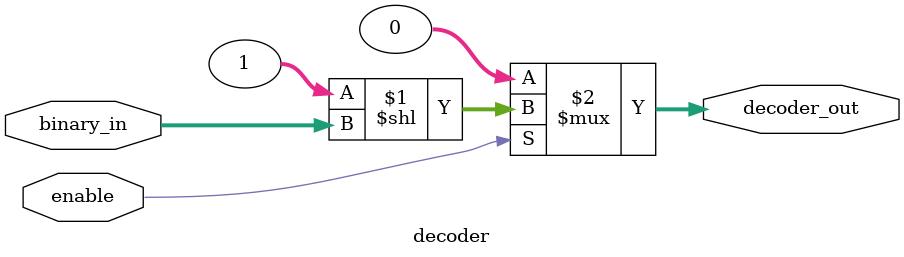
<source format=v>
module decoder(
binary_in   , //  binary input
decoder_out , //  out 
enable        //  Enable for the decoder
);

// PARAMETERS
parameter Y = 5;

// INPUTS
input [Y-1:0] binary_in  ;		// Encoded address of READ/WRITE of Y bits
input  enable ; 			// Enable signal of decoder
	
// OUTPUTS
output [(1 << Y)-1:0] decoder_out ; 	// Output of decoder 2^Y size

// WIRES
wire [Y-1:0] binary_in;
wire [(1 << Y)-1:0] decoder_out ; 
wire enable;

assign decoder_out = (enable) ? (1 << binary_in) : 0 ;

endmodule

</source>
